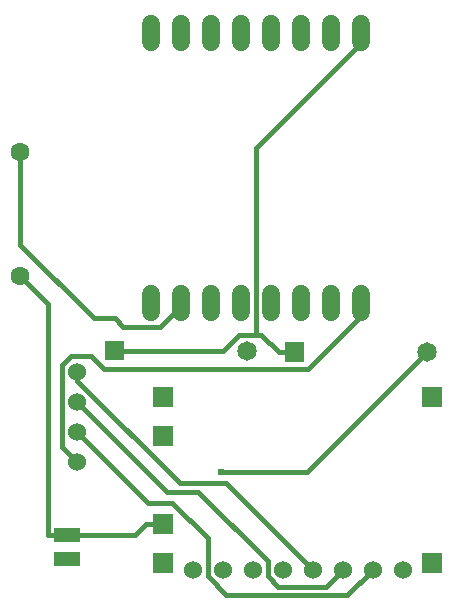
<source format=gbl>
G04 Layer: BottomLayer*
G04 EasyEDA v6.4.25, 2022-03-11T05:41:43+01:00*
G04 Gerber Generator version 0.2*
G04 Scale: 100 percent, Rotated: No, Reflected: No *
G04 Dimensions in millimeters *
G04 leading zeros omitted , absolute positions ,4 integer and 5 decimal *
%FSLAX45Y45*%
%MOMM*%

%ADD11C,0.4000*%
%ADD12C,0.6100*%
%ADD15C,1.6500*%
%ADD16C,1.5240*%
%ADD18C,1.6000*%
%ADD19R,1.8000X1.8000*%

%LPD*%
D11*
X3530602Y5067297D02*
G01*
X2798853Y5799046D01*
X2406195Y5799046D01*
X1536702Y6668538D01*
X1536702Y6743697D01*
X3374494Y6908797D02*
G01*
X3241779Y6908797D01*
X3048002Y7055380D02*
G01*
X3048002Y8640848D01*
X3937002Y9529848D01*
X3937002Y9613897D01*
X1850494Y6921497D02*
G01*
X2769643Y6921497D01*
X2903527Y7055380D01*
X3048002Y7055380D01*
X3048002Y7055380D02*
G01*
X3095195Y7055380D01*
X3241779Y6908797D01*
X3937002Y7327897D02*
G01*
X3937002Y7212098D01*
X3492578Y6767675D01*
X1764311Y6767675D01*
X1652120Y6879866D01*
X1483819Y6879866D01*
X1408330Y6804378D01*
X1408330Y6110069D01*
X1536702Y5981697D01*
X2413002Y7327897D02*
G01*
X2413002Y7304250D01*
X2234034Y7125281D01*
X1927633Y7125281D01*
X1857352Y7195563D01*
X1677647Y7195563D01*
X1054102Y7819108D01*
X1054102Y8602190D01*
X2260348Y5450583D02*
G01*
X2120140Y5450583D01*
X2120140Y5450583D02*
G01*
X2027354Y5357797D01*
X1447802Y5357797D01*
X1289636Y5357797D02*
G01*
X1289636Y7316645D01*
X1054102Y7552179D01*
X1447802Y5357797D02*
G01*
X1289636Y5357797D01*
X3784602Y5067297D02*
G01*
X3642210Y4924905D01*
X3236953Y4924905D01*
X3149602Y5012255D01*
X3149602Y5137020D01*
X2557858Y5728764D01*
X2297635Y5728764D01*
X1536702Y6489697D01*
X2753641Y5891121D02*
G01*
X3481834Y5891121D01*
X4499510Y6908797D01*
X4038602Y5067297D02*
G01*
X3824099Y4852794D01*
X2799361Y4852794D01*
X2641627Y5010528D01*
X2641627Y5335089D01*
X2343101Y5633615D01*
X2138784Y5633615D01*
X1536702Y6235697D01*
G36*
X3291992Y6991299D02*
G01*
X3456990Y6991299D01*
X3456990Y6826300D01*
X3291992Y6826300D01*
G37*
D15*
G01*
X4499508Y6908800D03*
G36*
X1767992Y7003999D02*
G01*
X1932990Y7003999D01*
X1932990Y6839000D01*
X1767992Y6839000D01*
G37*
G01*
X2975508Y6921500D03*
D16*
G01*
X1536700Y6743700D03*
G01*
X1536700Y6489700D03*
G01*
X1536700Y6235700D03*
G01*
X1536700Y5981700D03*
G36*
X1339850Y5217744D02*
G01*
X1555750Y5217744D01*
X1555750Y5097856D01*
X1339850Y5097856D01*
G37*
G36*
X1339850Y5417743D02*
G01*
X1555750Y5417743D01*
X1555750Y5297855D01*
X1339850Y5297855D01*
G37*
D18*
G01*
X1054100Y7552181D03*
G01*
X1054100Y8602192D03*
D19*
G01*
X4540758Y5125465D03*
G01*
X4540758Y6525513D03*
G01*
X2260345Y5125465D03*
G01*
X2260345Y6525513D03*
G01*
X2260345Y5450586D03*
G01*
X2260345Y6200394D03*
D16*
G01*
X4292600Y5067300D03*
G01*
X4038600Y5067300D03*
G01*
X3784600Y5067300D03*
G01*
X3530600Y5067300D03*
G01*
X3276600Y5067300D03*
G01*
X3022600Y5067300D03*
G01*
X2768600Y5067300D03*
G01*
X2514600Y5067300D03*
D12*
G01*
X2753639Y5891123D03*
D16*
X2159000Y7251700D02*
G01*
X2159000Y7404100D01*
X2413000Y7251700D02*
G01*
X2413000Y7404100D01*
X2667000Y7251700D02*
G01*
X2667000Y7404100D01*
X2921000Y7251700D02*
G01*
X2921000Y7404100D01*
X3175000Y7251700D02*
G01*
X3175000Y7404100D01*
X3429000Y7251700D02*
G01*
X3429000Y7404100D01*
X3683000Y7251700D02*
G01*
X3683000Y7404100D01*
X3937000Y7251700D02*
G01*
X3937000Y7404100D01*
X3937000Y9537700D02*
G01*
X3937000Y9690100D01*
X3683000Y9537700D02*
G01*
X3683000Y9690100D01*
X3429000Y9537700D02*
G01*
X3429000Y9690100D01*
X3175000Y9537700D02*
G01*
X3175000Y9690100D01*
X2921000Y9537700D02*
G01*
X2921000Y9690100D01*
X2667000Y9537700D02*
G01*
X2667000Y9690100D01*
X2413000Y9537700D02*
G01*
X2413000Y9690100D01*
X2159000Y9537700D02*
G01*
X2159000Y9690100D01*
M02*

</source>
